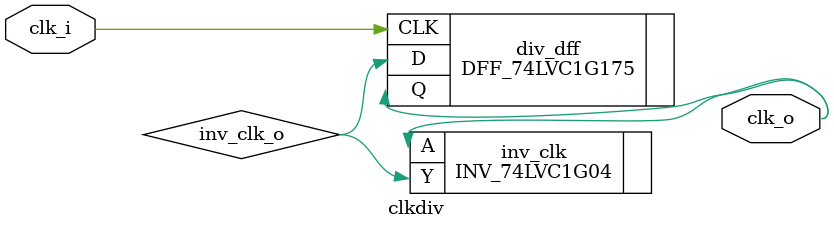
<source format=v>

module clkdiv (
  input  wire clk_i,
  output wire clk_o
);
  wire inv_clk_o;

  DFF_74LVC1G175 div_dff (
    .CLK ( clk_i     ),
    .D   ( inv_clk_o ),
    .Q   ( clk_o     )
  );

  INV_74LVC1G04 inv_clk (
    .A ( clk_o     ),
    .Y ( inv_clk_o )
  );

endmodule

</source>
